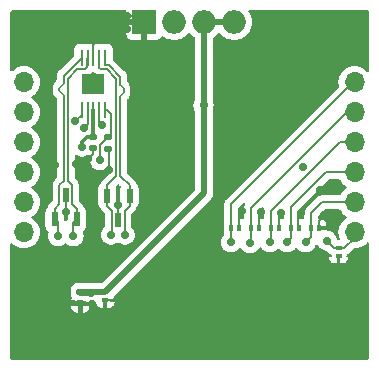
<source format=gbr>
%TF.GenerationSoftware,KiCad,Pcbnew,8.0.6-8.0.6-0~ubuntu22.04.1*%
%TF.CreationDate,2024-12-18T20:08:20+01:00*%
%TF.ProjectId,Xplore ERC IMU HAT,58706c6f-7265-4204-9552-4320494d5520,rev?*%
%TF.SameCoordinates,Original*%
%TF.FileFunction,Copper,L4,Bot*%
%TF.FilePolarity,Positive*%
%FSLAX46Y46*%
G04 Gerber Fmt 4.6, Leading zero omitted, Abs format (unit mm)*
G04 Created by KiCad (PCBNEW 8.0.6-8.0.6-0~ubuntu22.04.1) date 2024-12-18 20:08:20*
%MOMM*%
%LPD*%
G01*
G04 APERTURE LIST*
G04 Aperture macros list*
%AMRoundRect*
0 Rectangle with rounded corners*
0 $1 Rounding radius*
0 $2 $3 $4 $5 $6 $7 $8 $9 X,Y pos of 4 corners*
0 Add a 4 corners polygon primitive as box body*
4,1,4,$2,$3,$4,$5,$6,$7,$8,$9,$2,$3,0*
0 Add four circle primitives for the rounded corners*
1,1,$1+$1,$2,$3*
1,1,$1+$1,$4,$5*
1,1,$1+$1,$6,$7*
1,1,$1+$1,$8,$9*
0 Add four rect primitives between the rounded corners*
20,1,$1+$1,$2,$3,$4,$5,0*
20,1,$1+$1,$4,$5,$6,$7,0*
20,1,$1+$1,$6,$7,$8,$9,0*
20,1,$1+$1,$8,$9,$2,$3,0*%
G04 Aperture macros list end*
%TA.AperFunction,ComponentPad*%
%ADD10R,2.000000X2.000000*%
%TD*%
%TA.AperFunction,ComponentPad*%
%ADD11O,2.000000X2.000000*%
%TD*%
%TA.AperFunction,ComponentPad*%
%ADD12O,1.700000X1.700000*%
%TD*%
%TA.AperFunction,SMDPad,CuDef*%
%ADD13R,0.304800X0.558800*%
%TD*%
%TA.AperFunction,SMDPad,CuDef*%
%ADD14R,0.533400X1.168400*%
%TD*%
%TA.AperFunction,SMDPad,CuDef*%
%ADD15RoundRect,0.140000X-0.170000X0.140000X-0.170000X-0.140000X0.170000X-0.140000X0.170000X0.140000X0*%
%TD*%
%TA.AperFunction,SMDPad,CuDef*%
%ADD16RoundRect,0.140000X0.170000X-0.140000X0.170000X0.140000X-0.170000X0.140000X-0.170000X-0.140000X0*%
%TD*%
%TA.AperFunction,SMDPad,CuDef*%
%ADD17R,0.279400X1.327899*%
%TD*%
%TA.AperFunction,SMDPad,CuDef*%
%ADD18R,1.981200X1.778000*%
%TD*%
%TA.AperFunction,SMDPad,CuDef*%
%ADD19R,0.558800X0.304800*%
%TD*%
%TA.AperFunction,ViaPad*%
%ADD20C,0.700000*%
%TD*%
%TA.AperFunction,Conductor*%
%ADD21C,0.200000*%
%TD*%
%TA.AperFunction,Conductor*%
%ADD22C,0.500000*%
%TD*%
%TA.AperFunction,Conductor*%
%ADD23C,0.600000*%
%TD*%
%TA.AperFunction,Conductor*%
%ADD24C,0.300000*%
%TD*%
%TA.AperFunction,Conductor*%
%ADD25C,0.148300*%
%TD*%
G04 APERTURE END LIST*
D10*
%TO.P,J4,1,GND*%
%TO.N,GND*%
X141740000Y-64960000D03*
D11*
%TO.P,J4,2,3.3V*%
%TO.N,+3v3*%
X144280000Y-64960000D03*
D12*
%TO.P,J4,3,SPI_SCK*%
%TO.N,unconnected-(J4-SPI_SCK-Pad3)*%
X131550000Y-70040000D03*
%TO.P,J4,4,SPI_MOSI*%
%TO.N,unconnected-(J4-SPI_MOSI-Pad4)*%
X131550000Y-72580000D03*
%TO.P,J4,5,SPI_MISO*%
%TO.N,unconnected-(J4-SPI_MISO-Pad5)*%
X131550000Y-75120000D03*
%TO.P,J4,6,SPI_CS*%
%TO.N,unconnected-(J4-SPI_CS-Pad6)*%
X131550000Y-77660000D03*
%TO.P,J4,7,I2C_SCL*%
%TO.N,/SCL*%
X131550000Y-80200000D03*
%TO.P,J4,8,I2C_SDA*%
%TO.N,/SDA*%
X131550000Y-82740000D03*
%TO.P,J4,9,GPIO_1*%
%TO.N,/INT1*%
X159550000Y-82740000D03*
%TO.P,J4,10,GPIO_2*%
%TO.N,/INT2*%
X159550000Y-80200000D03*
%TO.P,J4,11,GPIO_3*%
%TO.N,/INT3*%
X159550000Y-77660000D03*
%TO.P,J4,12,GPIO_4*%
%TO.N,/INT4*%
X159550000Y-75120000D03*
%TO.P,J4,13,GPIO_5*%
%TO.N,/MAG_INT*%
X159550000Y-72580000D03*
%TO.P,J4,14,GPIO_6*%
%TO.N,/DRDY*%
X159550000Y-70040000D03*
D11*
%TO.P,J4,15,5V*%
%TO.N,+5V*%
X146820000Y-64960000D03*
%TO.P,J4,16,5V*%
X149360000Y-64960000D03*
%TD*%
D13*
%TO.P,CR7,1*%
%TO.N,/MAG_INT*%
X150815000Y-82400000D03*
%TO.P,CR7,2*%
%TO.N,GND*%
X151450000Y-82400000D03*
%TD*%
D14*
%TO.P,CR2,1,1*%
%TO.N,/CANSDA+*%
X136050001Y-81616000D03*
%TO.P,CR2,2,2*%
%TO.N,/CANSDA-*%
X134149999Y-81616000D03*
%TO.P,CR2,3,3*%
%TO.N,GND*%
X135100000Y-79584000D03*
%TD*%
D15*
%TO.P,C2,1*%
%TO.N,+3v3*%
X137400000Y-74670000D03*
%TO.P,C2,2*%
%TO.N,GND*%
X137400000Y-75630000D03*
%TD*%
%TO.P,C1,1*%
%TO.N,+5V*%
X138650000Y-74690000D03*
%TO.P,C1,2*%
%TO.N,GND*%
X138650000Y-75650000D03*
%TD*%
D13*
%TO.P,CR3,1*%
%TO.N,/INT2*%
X155882500Y-82400000D03*
%TO.P,CR3,2*%
%TO.N,GND*%
X156517500Y-82400000D03*
%TD*%
%TO.P,CR8,1*%
%TO.N,/DRDY*%
X149115000Y-82400000D03*
%TO.P,CR8,2*%
%TO.N,GND*%
X149750000Y-82400000D03*
%TD*%
D16*
%TO.P,C5,1*%
%TO.N,GND*%
X136350000Y-88760000D03*
%TO.P,C5,2*%
%TO.N,+5V*%
X136350000Y-87800000D03*
%TD*%
D17*
%TO.P,U1,1,CANSDAL*%
%TO.N,/CANSDA-*%
X136449999Y-67947752D03*
%TO.P,U1,2,CANSDAH*%
%TO.N,/CANSDA+*%
X136950001Y-67947752D03*
%TO.P,U1,3,GND*%
%TO.N,GND*%
X137450000Y-67947752D03*
%TO.P,U1,4,CANSCLH*%
%TO.N,/CANSCL+*%
X137949999Y-67947752D03*
%TO.P,U1,5,CANSCLL*%
%TO.N,/CANSCL-*%
X138450001Y-67947752D03*
%TO.P,U1,6,VIN*%
%TO.N,+5V*%
X138450001Y-72374448D03*
%TO.P,U1,7,EN/MODE*%
%TO.N,/SLD_PIN*%
X137949999Y-72374448D03*
%TO.P,U1,8,VCC*%
%TO.N,+3v3*%
X137450000Y-72374448D03*
%TO.P,U1,9,SCL*%
%TO.N,/SCL*%
X136950001Y-72374448D03*
%TO.P,U1,10,SDA*%
%TO.N,/SDA*%
X136449999Y-72374448D03*
D18*
%TO.P,U1,11,GND*%
%TO.N,GND*%
X137450000Y-70161100D03*
%TD*%
D13*
%TO.P,CR5,1*%
%TO.N,/INT4*%
X152482500Y-82400000D03*
%TO.P,CR5,2*%
%TO.N,GND*%
X153117500Y-82400000D03*
%TD*%
D19*
%TO.P,CR4,1*%
%TO.N,/INT1*%
X158200000Y-84082500D03*
%TO.P,CR4,2*%
%TO.N,GND*%
X158200000Y-84717500D03*
%TD*%
%TO.P,U2,1,1*%
%TO.N,+5V*%
X138450000Y-87804802D03*
%TO.P,U2,2,2*%
%TO.N,GND*%
X138450000Y-88500000D03*
%TD*%
D14*
%TO.P,CR1,1,1*%
%TO.N,/CANSCL+*%
X138599999Y-79634000D03*
%TO.P,CR1,2,2*%
%TO.N,/CANSCL-*%
X140500001Y-79634000D03*
%TO.P,CR1,3,3*%
%TO.N,GND*%
X139550000Y-81666000D03*
%TD*%
D13*
%TO.P,CR6,1*%
%TO.N,/INT3*%
X154182500Y-82400000D03*
%TO.P,CR6,2*%
%TO.N,GND*%
X154817500Y-82400000D03*
%TD*%
D20*
%TO.N,GND*%
X137450000Y-70161100D03*
X134750000Y-92000000D03*
X159737724Y-66915010D03*
X148955695Y-71700000D03*
X149050000Y-68300000D03*
X143250000Y-85500000D03*
X131613941Y-67822813D03*
X143150000Y-68550000D03*
X151650000Y-81000000D03*
X152800000Y-71650000D03*
X133850000Y-72700000D03*
X137350000Y-88800000D03*
X133650000Y-70350000D03*
X140300000Y-64400000D03*
X155408029Y-92000000D03*
X136000000Y-77000000D03*
X135100000Y-81000000D03*
X151191606Y-89106512D03*
X139550000Y-80450000D03*
X158300000Y-85850000D03*
X138450000Y-65700000D03*
X139708863Y-88517367D03*
X151173206Y-92000000D03*
X138450000Y-89450000D03*
X152650000Y-68400000D03*
X134200000Y-77050000D03*
X156061663Y-64738782D03*
X143500000Y-78500000D03*
X155000000Y-81150000D03*
X137000000Y-76500000D03*
X158737835Y-64827008D03*
X156650000Y-79200000D03*
X157000000Y-81300000D03*
X150000000Y-80950000D03*
X135290002Y-65151542D03*
X140650000Y-77050000D03*
X138751700Y-77500000D03*
X136500000Y-78500000D03*
X140500000Y-92000000D03*
X140300000Y-65550000D03*
X153350000Y-81100000D03*
X131662955Y-65568163D03*
X155226501Y-77192738D03*
X155432124Y-89120695D03*
%TO.N,+5V*%
X138010000Y-76648529D03*
X146770000Y-72000000D03*
X137265422Y-87850000D03*
%TO.N,+3v3*%
X136459612Y-75500000D03*
%TO.N,/CANSCL+*%
X138950000Y-82950000D03*
%TO.N,/CANSCL-*%
X140100000Y-82950000D03*
%TO.N,/CANSDA-*%
X134434620Y-83065380D03*
%TO.N,/CANSDA+*%
X135750000Y-83065380D03*
%TO.N,/INT3*%
X153827001Y-83600000D03*
%TO.N,/INT2*%
X155404001Y-83600000D03*
%TO.N,/MAG_INT*%
X150700000Y-83650000D03*
%TO.N,/DRDY*%
X149100000Y-83600000D03*
%TO.N,/INT1*%
X157200000Y-83450000D03*
%TO.N,/INT4*%
X152403999Y-83600000D03*
%TO.N,/SDA*%
X135911255Y-73318540D03*
%TO.N,/SCL*%
X136606486Y-73890080D03*
%TO.N,/SLD_PIN*%
X138150000Y-73700000D03*
%TD*%
D21*
%TO.N,GND*%
X136420000Y-88800000D02*
X137350000Y-88800000D01*
X139691496Y-88500000D02*
X138450000Y-88500000D01*
X137400000Y-76100000D02*
X137000000Y-76500000D01*
X139550000Y-81666000D02*
X139550000Y-80450000D01*
X153117500Y-81332500D02*
X153117500Y-82400000D01*
X138450000Y-65700000D02*
X137450000Y-66700000D01*
X154800000Y-82382500D02*
X154817500Y-82400000D01*
X155000000Y-81150000D02*
X154800000Y-81350000D01*
X138751700Y-77500000D02*
X138751700Y-75751700D01*
X135100000Y-81000000D02*
X135100000Y-79584000D01*
X151650000Y-81000000D02*
X151450000Y-81200000D01*
X158200000Y-84717500D02*
X158200000Y-85750000D01*
X137450000Y-66700000D02*
X137450000Y-67947752D01*
X154800000Y-81350000D02*
X154800000Y-82382500D01*
X141180000Y-64400000D02*
X141740000Y-64960000D01*
X153350000Y-81100000D02*
X153117500Y-81332500D01*
X156517500Y-82517500D02*
X156550000Y-82550000D01*
X156517500Y-81782500D02*
X156517500Y-82517500D01*
X138751700Y-75751700D02*
X138650000Y-75650000D01*
X151450000Y-81200000D02*
X151450000Y-82500000D01*
X140300000Y-64400000D02*
X141180000Y-64400000D01*
X157000000Y-81300000D02*
X156517500Y-81782500D01*
X137400000Y-75630000D02*
X137400000Y-76100000D01*
X151450000Y-82500000D02*
X151400000Y-82550000D01*
X139708863Y-88517367D02*
X139691496Y-88500000D01*
X150000000Y-80950000D02*
X149750000Y-81200000D01*
X149750000Y-81200000D02*
X149750000Y-82550000D01*
X136350000Y-88730000D02*
X136420000Y-88800000D01*
X158200000Y-85750000D02*
X158300000Y-85850000D01*
D22*
%TO.N,+5V*%
X146820000Y-64960000D02*
X149360000Y-64960000D01*
X137265422Y-87850000D02*
X137265422Y-87770224D01*
X146820000Y-72050000D02*
X146820000Y-79434802D01*
D21*
X138950000Y-72750000D02*
X138574448Y-72374448D01*
X138010000Y-75330000D02*
X138950000Y-74390000D01*
D23*
X137265422Y-87850000D02*
X137215422Y-87800000D01*
D22*
X137265422Y-87770224D02*
X137265198Y-87770000D01*
D23*
X137215422Y-87800000D02*
X136350000Y-87800000D01*
D22*
X146820000Y-79434802D02*
X138450000Y-87804802D01*
X137265422Y-87850000D02*
X137310620Y-87804802D01*
D21*
X138010000Y-76648529D02*
X138010000Y-75330000D01*
D22*
X146820000Y-64960000D02*
X146820000Y-71950000D01*
D21*
X138574448Y-72374448D02*
X138450001Y-72374448D01*
D22*
X137310620Y-87804802D02*
X138450000Y-87804802D01*
D21*
X138950000Y-74390000D02*
X138950000Y-72750000D01*
D22*
X146820000Y-71950000D02*
X146770000Y-72000000D01*
X146770000Y-72000000D02*
X146820000Y-72050000D01*
D24*
%TO.N,+3v3*%
X136459612Y-75500000D02*
X136459612Y-75075388D01*
X136865000Y-74670000D02*
X137400000Y-74670000D01*
X137450000Y-72374448D02*
X137450000Y-74620000D01*
X136459612Y-75075388D02*
X136865000Y-74670000D01*
X137450000Y-74620000D02*
X137400000Y-74670000D01*
D25*
%TO.N,/CANSCL+*%
X138599999Y-80510301D02*
X139009150Y-80919452D01*
X139375850Y-69726056D02*
X139375850Y-77981848D01*
X137949999Y-68799999D02*
X138100000Y-68950000D01*
X138599999Y-79634000D02*
X138599999Y-80510301D01*
X139375850Y-77981848D02*
X138599999Y-78757699D01*
X139009150Y-82890850D02*
X138950000Y-82950000D01*
X138599999Y-78757699D02*
X138599999Y-79634000D01*
X138100000Y-68950000D02*
X138599794Y-68950000D01*
X137949999Y-67947752D02*
X137949999Y-68799999D01*
X138599794Y-68950000D02*
X139375850Y-69726056D01*
D21*
X138983300Y-82916700D02*
X138950000Y-82950000D01*
D25*
X139009150Y-80919452D02*
X139009150Y-82890850D01*
%TO.N,/CANSCL-*%
X140500001Y-78750001D02*
X140500001Y-79634000D01*
X138450001Y-67947752D02*
X138450001Y-68601700D01*
X139724150Y-72755949D02*
X139724150Y-77974150D01*
X140090850Y-80919452D02*
X140090850Y-82940850D01*
D21*
X140116700Y-82933300D02*
X140100000Y-82950000D01*
D25*
X139724150Y-77974150D02*
X140500001Y-78750001D01*
X140500001Y-79634000D02*
X140500001Y-80510301D01*
X138450001Y-68601700D02*
X138744065Y-68601700D01*
X138744065Y-68601700D02*
X139724150Y-69581785D01*
X140000144Y-70576147D02*
X140000144Y-70900153D01*
X140090850Y-82940850D02*
X140100000Y-82950000D01*
X140500001Y-80510301D02*
X140090850Y-80919452D01*
X139724150Y-71500153D02*
X139724150Y-72755949D01*
X139724150Y-71176147D02*
X139724150Y-71500153D01*
X139724150Y-69581785D02*
X139724150Y-70300153D01*
X139724150Y-70300153D02*
G75*
G03*
X139862147Y-70438150I137950J-47D01*
G01*
X139862147Y-71038150D02*
G75*
G03*
X139724150Y-71176147I-47J-137950D01*
G01*
X140000144Y-70900153D02*
G75*
G02*
X139862147Y-71038244I-138044J-47D01*
G01*
X139862147Y-70438150D02*
G75*
G02*
X140000050Y-70576147I-47J-137950D01*
G01*
%TO.N,/CANSDA-*%
X134559150Y-80330548D02*
X134149999Y-80739699D01*
X134925850Y-78374150D02*
X134559150Y-78740850D01*
X134559150Y-78740850D02*
X134559150Y-80330548D01*
X134149999Y-80739699D02*
X134149999Y-81616000D01*
X136449999Y-67947752D02*
X136449999Y-67950001D01*
X136449999Y-67950001D02*
X134925850Y-69474150D01*
X134434620Y-81900621D02*
X134434620Y-83065380D01*
X134925850Y-71106350D02*
X134925850Y-71337948D01*
X134149999Y-81616000D02*
X134434620Y-81900621D01*
X134925850Y-72136178D02*
X134925850Y-78374150D01*
X134557448Y-70506350D02*
X134557448Y-70737948D01*
X134925850Y-69474150D02*
X134925850Y-70137948D01*
X134925850Y-71337948D02*
X134925850Y-72136178D01*
X134557448Y-70737948D02*
G75*
G03*
X134741649Y-70922052I184152J48D01*
G01*
X134741649Y-70322149D02*
G75*
G03*
X134557449Y-70506350I-49J-184151D01*
G01*
X134741649Y-70922149D02*
G75*
G02*
X134925751Y-71106350I-49J-184151D01*
G01*
X134925850Y-70137948D02*
G75*
G02*
X134741649Y-70322150I-184250J48D01*
G01*
%TO.N,/CANSDA+*%
X135650000Y-78750000D02*
X135650000Y-80339698D01*
X136700000Y-68950000D02*
X136050000Y-68950000D01*
X136050001Y-81616000D02*
X135750000Y-81916001D01*
X136050001Y-80739699D02*
X136050001Y-81616000D01*
X136863849Y-68786151D02*
X136700000Y-68950000D01*
X136950001Y-67947752D02*
X136863849Y-68033904D01*
X135274150Y-69725850D02*
X135274150Y-78374150D01*
X135650000Y-80339698D02*
X136050001Y-80739699D01*
X135750000Y-81916001D02*
X135750000Y-83065380D01*
X136863849Y-68033904D02*
X136863849Y-68786151D01*
X136050000Y-68950000D02*
X135274150Y-69725850D01*
X135274150Y-78374150D02*
X135650000Y-78750000D01*
D21*
%TO.N,/INT3*%
X154165000Y-80635000D02*
X157140000Y-77660000D01*
X154165000Y-83262001D02*
X154165000Y-80635000D01*
X157140000Y-77660000D02*
X159550000Y-77660000D01*
X153800000Y-83572999D02*
X153827001Y-83600000D01*
X153827001Y-83600000D02*
X154165000Y-83262001D01*
%TO.N,/INT2*%
X156780761Y-80200000D02*
X159550000Y-80200000D01*
X155882500Y-81098261D02*
X156780761Y-80200000D01*
X155404001Y-83600000D02*
X155400000Y-83595999D01*
X155882500Y-83121501D02*
X155882500Y-81098261D01*
X155404001Y-83600000D02*
X155882500Y-83121501D01*
%TO.N,/MAG_INT*%
X150815000Y-80685000D02*
X158920000Y-72580000D01*
X150700000Y-83650000D02*
X150815000Y-83535000D01*
X150815000Y-83535000D02*
X150815000Y-80685000D01*
X158920000Y-72580000D02*
X159550000Y-72580000D01*
%TO.N,/DRDY*%
X149115000Y-80368376D02*
X159443376Y-70040000D01*
X149100000Y-83600000D02*
X149115000Y-83585000D01*
X159443376Y-70040000D02*
X159550000Y-70040000D01*
X149115000Y-83585000D02*
X149115000Y-80368376D01*
%TO.N,/INT1*%
X158667500Y-84082500D02*
X159550000Y-83200000D01*
X160180000Y-82730000D02*
X159540000Y-82730000D01*
X157200000Y-83450000D02*
X157832500Y-84082500D01*
X159550000Y-83200000D02*
X159550000Y-82740000D01*
X157832500Y-84082500D02*
X158667500Y-84082500D01*
%TO.N,/INT4*%
X152403999Y-83600000D02*
X152482500Y-83521499D01*
X152403999Y-83600000D02*
X152300000Y-83496001D01*
X158280000Y-75120000D02*
X159550000Y-75120000D01*
X152482500Y-80917500D02*
X158280000Y-75120000D01*
X152482500Y-83521499D02*
X152482500Y-80917500D01*
%TO.N,/SDA*%
X136449999Y-72779796D02*
X136449999Y-72374448D01*
X135911255Y-73318540D02*
X136449999Y-72779796D01*
%TO.N,/SCL*%
X136606486Y-73890080D02*
X136950001Y-73546565D01*
X136950001Y-73546565D02*
X136950001Y-72374448D01*
%TO.N,/SLD_PIN*%
X137949999Y-73499999D02*
X137949999Y-72374448D01*
X138150000Y-73700000D02*
X137949999Y-73499999D01*
%TD*%
%TA.AperFunction,Conductor*%
%TO.N,GND*%
G36*
X135143334Y-80661558D02*
G01*
X135187681Y-80690058D01*
X135268917Y-80771294D01*
X135302402Y-80832617D01*
X135297419Y-80902306D01*
X135289209Y-80924317D01*
X135282802Y-80983916D01*
X135282802Y-80983923D01*
X135282801Y-80983935D01*
X135282801Y-81542686D01*
X135266189Y-81604683D01*
X135224551Y-81676804D01*
X135223393Y-81678810D01*
X135214511Y-81694193D01*
X135214509Y-81694199D01*
X135214142Y-81695569D01*
X135213517Y-81696592D01*
X135211402Y-81701701D01*
X135210604Y-81701370D01*
X135177772Y-81755226D01*
X135114922Y-81785750D01*
X135045548Y-81777449D01*
X134991674Y-81732959D01*
X134974595Y-81695559D01*
X134970109Y-81678814D01*
X134970107Y-81678810D01*
X134968955Y-81676813D01*
X134933811Y-81615942D01*
X134917198Y-81553942D01*
X134917198Y-80983929D01*
X134917197Y-80983923D01*
X134910790Y-80924317D01*
X134908455Y-80918057D01*
X134902582Y-80902309D01*
X134897597Y-80832618D01*
X134931078Y-80771298D01*
X135012321Y-80690055D01*
X135073643Y-80656573D01*
X135143334Y-80661558D01*
G37*
%TD.AperFunction*%
%TA.AperFunction,Conductor*%
G36*
X139597182Y-78675705D02*
G01*
X139641529Y-78704206D01*
X139721009Y-78783686D01*
X139754494Y-78845009D01*
X139749510Y-78914699D01*
X139739210Y-78942314D01*
X139739209Y-78942316D01*
X139735481Y-78976998D01*
X139732802Y-79001923D01*
X139732801Y-79001935D01*
X139732801Y-80266070D01*
X139732802Y-80266076D01*
X139739209Y-80325681D01*
X139739210Y-80325683D01*
X139747417Y-80347688D01*
X139747418Y-80347689D01*
X139752402Y-80417381D01*
X139718917Y-80478704D01*
X139637680Y-80559941D01*
X139576357Y-80593426D01*
X139506665Y-80588442D01*
X139462319Y-80559942D01*
X139381081Y-80478704D01*
X139347597Y-80417380D01*
X139352582Y-80347689D01*
X139352582Y-80347688D01*
X139360790Y-80325683D01*
X139367199Y-80266073D01*
X139367198Y-79001928D01*
X139360790Y-78942317D01*
X139352580Y-78920307D01*
X139347595Y-78850617D01*
X139381076Y-78789297D01*
X139466170Y-78704204D01*
X139527490Y-78670721D01*
X139597182Y-78675705D01*
G37*
%TD.AperFunction*%
%TA.AperFunction,Conductor*%
G36*
X137443332Y-69121859D02*
G01*
X137487680Y-69150360D01*
X137601463Y-69264143D01*
X137601485Y-69264163D01*
X137633097Y-69295774D01*
X137633107Y-69295786D01*
X137663681Y-69326360D01*
X137697166Y-69387683D01*
X137700000Y-69414041D01*
X137700000Y-70287100D01*
X137680315Y-70354139D01*
X137627511Y-70399894D01*
X137576000Y-70411100D01*
X137324000Y-70411100D01*
X137256961Y-70391415D01*
X137211206Y-70338611D01*
X137200000Y-70287100D01*
X137200000Y-69314041D01*
X137219685Y-69247002D01*
X137236313Y-69226365D01*
X137312321Y-69150357D01*
X137373640Y-69116875D01*
X137443332Y-69121859D01*
G37*
%TD.AperFunction*%
%TA.AperFunction,Conductor*%
G36*
X160555438Y-63899314D02*
G01*
X160604802Y-63907131D01*
X160641690Y-63919116D01*
X160677431Y-63937326D01*
X160708813Y-63960127D01*
X160724813Y-63976126D01*
X160737168Y-63988481D01*
X160759972Y-64019867D01*
X160778179Y-64055600D01*
X160790167Y-64092498D01*
X160797972Y-64141779D01*
X160799499Y-64161176D01*
X160799499Y-64205206D01*
X160799500Y-64205227D01*
X160799543Y-69080283D01*
X160779859Y-69147323D01*
X160727055Y-69193078D01*
X160657897Y-69203022D01*
X160594341Y-69173998D01*
X160587862Y-69167965D01*
X160421402Y-69001506D01*
X160421395Y-69001501D01*
X160227834Y-68865967D01*
X160227830Y-68865965D01*
X160227828Y-68865964D01*
X160013663Y-68766097D01*
X160013659Y-68766096D01*
X160013655Y-68766094D01*
X159785413Y-68704938D01*
X159785403Y-68704936D01*
X159550001Y-68684341D01*
X159549999Y-68684341D01*
X159314596Y-68704936D01*
X159314586Y-68704938D01*
X159086344Y-68766094D01*
X159086335Y-68766098D01*
X158872171Y-68865964D01*
X158872169Y-68865965D01*
X158678597Y-69001505D01*
X158511505Y-69168597D01*
X158375965Y-69362169D01*
X158375964Y-69362171D01*
X158276098Y-69576335D01*
X158276094Y-69576344D01*
X158214938Y-69804586D01*
X158214936Y-69804596D01*
X158194341Y-70039999D01*
X158194341Y-70040000D01*
X158214936Y-70275403D01*
X158214938Y-70275413D01*
X158226795Y-70319664D01*
X158225132Y-70389514D01*
X158194701Y-70439438D01*
X148746286Y-79887854D01*
X148634481Y-79999658D01*
X148634479Y-79999660D01*
X148613861Y-80035372D01*
X148605147Y-80050467D01*
X148555423Y-80136591D01*
X148514499Y-80289319D01*
X148514499Y-80289321D01*
X148514499Y-80457422D01*
X148514500Y-80457435D01*
X148514500Y-81867436D01*
X148506682Y-81910769D01*
X148476513Y-81991658D01*
X148468509Y-82013117D01*
X148462100Y-82072727D01*
X148462100Y-82072734D01*
X148462100Y-82072735D01*
X148462100Y-82727270D01*
X148462101Y-82727276D01*
X148468508Y-82786883D01*
X148506431Y-82888557D01*
X148511415Y-82958248D01*
X148482400Y-83014862D01*
X148408138Y-83097338D01*
X148318750Y-83252164D01*
X148318747Y-83252170D01*
X148263504Y-83422192D01*
X148263503Y-83422194D01*
X148244815Y-83600000D01*
X148263503Y-83777805D01*
X148263504Y-83777807D01*
X148318747Y-83947829D01*
X148318750Y-83947835D01*
X148408141Y-84102665D01*
X148434535Y-84131978D01*
X148527764Y-84235521D01*
X148527767Y-84235523D01*
X148527770Y-84235526D01*
X148672407Y-84340612D01*
X148835733Y-84413329D01*
X149010609Y-84450500D01*
X149010610Y-84450500D01*
X149189389Y-84450500D01*
X149189391Y-84450500D01*
X149364267Y-84413329D01*
X149527593Y-84340612D01*
X149672230Y-84235526D01*
X149791852Y-84102672D01*
X149851336Y-84066026D01*
X149921193Y-84067355D01*
X149979242Y-84106242D01*
X149991384Y-84123642D01*
X150004608Y-84146545D01*
X150008141Y-84152665D01*
X150127764Y-84285521D01*
X150127767Y-84285523D01*
X150127770Y-84285526D01*
X150272407Y-84390612D01*
X150435733Y-84463329D01*
X150610609Y-84500500D01*
X150610610Y-84500500D01*
X150789389Y-84500500D01*
X150789391Y-84500500D01*
X150964267Y-84463329D01*
X151127593Y-84390612D01*
X151272230Y-84285526D01*
X151391859Y-84152665D01*
X151459046Y-84036292D01*
X151509612Y-83988078D01*
X151578219Y-83974854D01*
X151643084Y-84000822D01*
X151673820Y-84036293D01*
X151712140Y-84102665D01*
X151738534Y-84131978D01*
X151831763Y-84235521D01*
X151831766Y-84235523D01*
X151831769Y-84235526D01*
X151976406Y-84340612D01*
X152139732Y-84413329D01*
X152314608Y-84450500D01*
X152314609Y-84450500D01*
X152493388Y-84450500D01*
X152493390Y-84450500D01*
X152668266Y-84413329D01*
X152831592Y-84340612D01*
X152976229Y-84235526D01*
X153023349Y-84183193D01*
X153082836Y-84146545D01*
X153152693Y-84147874D01*
X153207651Y-84183194D01*
X153254766Y-84235522D01*
X153254768Y-84235523D01*
X153254771Y-84235526D01*
X153399408Y-84340612D01*
X153562734Y-84413329D01*
X153737610Y-84450500D01*
X153737611Y-84450500D01*
X153916390Y-84450500D01*
X153916392Y-84450500D01*
X154091268Y-84413329D01*
X154254594Y-84340612D01*
X154399231Y-84235526D01*
X154473842Y-84152663D01*
X154523208Y-84097836D01*
X154525429Y-84099836D01*
X154570463Y-84065079D01*
X154640074Y-84059070D01*
X154701883Y-84091650D01*
X154707484Y-84098114D01*
X154707794Y-84097836D01*
X154831765Y-84235521D01*
X154831768Y-84235523D01*
X154831771Y-84235526D01*
X154976408Y-84340612D01*
X155139734Y-84413329D01*
X155314610Y-84450500D01*
X155314611Y-84450500D01*
X155493390Y-84450500D01*
X155493392Y-84450500D01*
X155668268Y-84413329D01*
X155831594Y-84340612D01*
X155976231Y-84235526D01*
X156095860Y-84102665D01*
X156185251Y-83947835D01*
X156214460Y-83857938D01*
X156253897Y-83800263D01*
X156318255Y-83773064D01*
X156387102Y-83784978D01*
X156438578Y-83832222D01*
X156439778Y-83834257D01*
X156508137Y-83952660D01*
X156508139Y-83952663D01*
X156627764Y-84085521D01*
X156627767Y-84085523D01*
X156627770Y-84085526D01*
X156772407Y-84190612D01*
X156935733Y-84263329D01*
X157110609Y-84300500D01*
X157149903Y-84300500D01*
X157216942Y-84320185D01*
X157237584Y-84336819D01*
X157347639Y-84446874D01*
X157347660Y-84446897D01*
X157384280Y-84483516D01*
X157417766Y-84544838D01*
X157419865Y-84564365D01*
X157420600Y-84565100D01*
X157434162Y-84565100D01*
X157496159Y-84581711D01*
X157550595Y-84613139D01*
X157550597Y-84613141D01*
X157594543Y-84638514D01*
X157642758Y-84689081D01*
X157655980Y-84757689D01*
X157630012Y-84822553D01*
X157573097Y-84863081D01*
X157532542Y-84869900D01*
X157420600Y-84869900D01*
X157420600Y-84917744D01*
X157427001Y-84977272D01*
X157427003Y-84977279D01*
X157477245Y-85111986D01*
X157477249Y-85111993D01*
X157563409Y-85227087D01*
X157563412Y-85227090D01*
X157678506Y-85313250D01*
X157678513Y-85313254D01*
X157813220Y-85363496D01*
X157813227Y-85363498D01*
X157872755Y-85369899D01*
X157872772Y-85369900D01*
X158047600Y-85369900D01*
X158047600Y-84859399D01*
X158067285Y-84792360D01*
X158120089Y-84746605D01*
X158171597Y-84735399D01*
X158228401Y-84735399D01*
X158295439Y-84755084D01*
X158341194Y-84807888D01*
X158352400Y-84859399D01*
X158352400Y-85369900D01*
X158527228Y-85369900D01*
X158527244Y-85369899D01*
X158586772Y-85363498D01*
X158586779Y-85363496D01*
X158721486Y-85313254D01*
X158721493Y-85313250D01*
X158836587Y-85227090D01*
X158836590Y-85227087D01*
X158922750Y-85111993D01*
X158922754Y-85111986D01*
X158972996Y-84977279D01*
X158972998Y-84977272D01*
X158979399Y-84917744D01*
X158979400Y-84917727D01*
X158979400Y-84869900D01*
X158967458Y-84869900D01*
X158900419Y-84850215D01*
X158854664Y-84797411D01*
X158844720Y-84728253D01*
X158873745Y-84664697D01*
X158905454Y-84638515D01*
X158905456Y-84638514D01*
X158949404Y-84613139D01*
X159036216Y-84563020D01*
X159148020Y-84451216D01*
X159148020Y-84451214D01*
X159158228Y-84441007D01*
X159158230Y-84441004D01*
X159467256Y-84131978D01*
X159528579Y-84098493D01*
X159544661Y-84096763D01*
X159544606Y-84096131D01*
X159595822Y-84091650D01*
X159785408Y-84075063D01*
X160013663Y-84013903D01*
X160227830Y-83914035D01*
X160421401Y-83778495D01*
X160587993Y-83611902D01*
X160649314Y-83578419D01*
X160719005Y-83583403D01*
X160774939Y-83625274D01*
X160799356Y-83690739D01*
X160799672Y-83699584D01*
X160799757Y-93284545D01*
X160798230Y-93303944D01*
X160790410Y-93353318D01*
X160778422Y-93390214D01*
X160760213Y-93425952D01*
X160737412Y-93457336D01*
X160709048Y-93485702D01*
X160677664Y-93508506D01*
X160663891Y-93515525D01*
X160641925Y-93526718D01*
X160605030Y-93538707D01*
X160555843Y-93546500D01*
X160536450Y-93548028D01*
X160489568Y-93548031D01*
X160489440Y-93548041D01*
X130666066Y-93555430D01*
X130646644Y-93553904D01*
X130596665Y-93545991D01*
X130559787Y-93534015D01*
X130523477Y-93515525D01*
X130492094Y-93492737D01*
X130485054Y-93485702D01*
X130463276Y-93463938D01*
X130440471Y-93432578D01*
X130421954Y-93396281D01*
X130409950Y-93359408D01*
X130408981Y-93353318D01*
X130402039Y-93309667D01*
X130400500Y-93290190D01*
X130400500Y-89010000D01*
X135545496Y-89010000D01*
X135587968Y-89156195D01*
X135670278Y-89295374D01*
X135670285Y-89295383D01*
X135784616Y-89409714D01*
X135784625Y-89409721D01*
X135923804Y-89492031D01*
X136079089Y-89537145D01*
X136100000Y-89538789D01*
X136600000Y-89538789D01*
X136620910Y-89537145D01*
X136776195Y-89492031D01*
X136915374Y-89409721D01*
X136915383Y-89409714D01*
X137029714Y-89295383D01*
X137029721Y-89295374D01*
X137112031Y-89156195D01*
X137154504Y-89010000D01*
X136600000Y-89010000D01*
X136600000Y-89538789D01*
X136100000Y-89538789D01*
X136100000Y-89010000D01*
X135545496Y-89010000D01*
X130400500Y-89010000D01*
X130400500Y-83799758D01*
X130420185Y-83732719D01*
X130472989Y-83686964D01*
X130542147Y-83677020D01*
X130605703Y-83706045D01*
X130612181Y-83712077D01*
X130678599Y-83778495D01*
X130717866Y-83805990D01*
X130872165Y-83914032D01*
X130872167Y-83914033D01*
X130872170Y-83914035D01*
X131086337Y-84013903D01*
X131314592Y-84075063D01*
X131502918Y-84091539D01*
X131549999Y-84095659D01*
X131550000Y-84095659D01*
X131550001Y-84095659D01*
X131595822Y-84091650D01*
X131785408Y-84075063D01*
X132013663Y-84013903D01*
X132227830Y-83914035D01*
X132421401Y-83778495D01*
X132588495Y-83611401D01*
X132724035Y-83417830D01*
X132823903Y-83203663D01*
X132885063Y-82975408D01*
X132905659Y-82740000D01*
X132885063Y-82504592D01*
X132824719Y-82279381D01*
X132823905Y-82276344D01*
X132823904Y-82276343D01*
X132823903Y-82276337D01*
X132724035Y-82062171D01*
X132699500Y-82027130D01*
X132588494Y-81868597D01*
X132421402Y-81701506D01*
X132421396Y-81701501D01*
X132235842Y-81571575D01*
X132192217Y-81516998D01*
X132185023Y-81447500D01*
X132216546Y-81385145D01*
X132235842Y-81368425D01*
X132288835Y-81331319D01*
X132421401Y-81238495D01*
X132588495Y-81071401D01*
X132649739Y-80983935D01*
X133382799Y-80983935D01*
X133382799Y-82248070D01*
X133382800Y-82248076D01*
X133389207Y-82307683D01*
X133439501Y-82442528D01*
X133439505Y-82442535D01*
X133525751Y-82557744D01*
X133525754Y-82557747D01*
X133599121Y-82612670D01*
X133640992Y-82668604D01*
X133645976Y-82738295D01*
X133642741Y-82750253D01*
X133598125Y-82887569D01*
X133598123Y-82887574D01*
X133579435Y-83065380D01*
X133598123Y-83243185D01*
X133598124Y-83243187D01*
X133653367Y-83413209D01*
X133653370Y-83413215D01*
X133742761Y-83568045D01*
X133766686Y-83594616D01*
X133862384Y-83700901D01*
X133862387Y-83700903D01*
X133862390Y-83700906D01*
X134007027Y-83805992D01*
X134170353Y-83878709D01*
X134345229Y-83915880D01*
X134345230Y-83915880D01*
X134524009Y-83915880D01*
X134524011Y-83915880D01*
X134698887Y-83878709D01*
X134862213Y-83805992D01*
X135006850Y-83700906D01*
X135006855Y-83700899D01*
X135009333Y-83698670D01*
X135011082Y-83697830D01*
X135012107Y-83697086D01*
X135012243Y-83697273D01*
X135072323Y-83668436D01*
X135141658Y-83677058D01*
X135175287Y-83698670D01*
X135177765Y-83700901D01*
X135177770Y-83700906D01*
X135322407Y-83805992D01*
X135485733Y-83878709D01*
X135660609Y-83915880D01*
X135660610Y-83915880D01*
X135839389Y-83915880D01*
X135839391Y-83915880D01*
X136014267Y-83878709D01*
X136177593Y-83805992D01*
X136322230Y-83700906D01*
X136323421Y-83699584D01*
X136351466Y-83668436D01*
X136441859Y-83568045D01*
X136531250Y-83413215D01*
X136586497Y-83243183D01*
X136605185Y-83065380D01*
X136586497Y-82887577D01*
X136544887Y-82759515D01*
X136542892Y-82689674D01*
X136578972Y-82629841D01*
X136588494Y-82621940D01*
X136674247Y-82557746D01*
X136760497Y-82442531D01*
X136810792Y-82307683D01*
X136817201Y-82248073D01*
X136817200Y-80983928D01*
X136810792Y-80924317D01*
X136808457Y-80918057D01*
X136760498Y-80789471D01*
X136760494Y-80789464D01*
X136695688Y-80702895D01*
X136674247Y-80674254D01*
X136674245Y-80674252D01*
X136674243Y-80674250D01*
X136649984Y-80656090D01*
X136608114Y-80600156D01*
X136604521Y-80588918D01*
X136585490Y-80517892D01*
X136570446Y-80491835D01*
X136538776Y-80436980D01*
X136509838Y-80386858D01*
X136509837Y-80386857D01*
X136509836Y-80386855D01*
X136402845Y-80279864D01*
X136402844Y-80279863D01*
X136397472Y-80274491D01*
X136397455Y-80274476D01*
X136260969Y-80137990D01*
X136227484Y-80076667D01*
X136224650Y-80050309D01*
X136224650Y-78835656D01*
X136224651Y-78835643D01*
X136224651Y-78674348D01*
X136224651Y-78674346D01*
X136185489Y-78528193D01*
X136140231Y-78449804D01*
X136109835Y-78397156D01*
X136002844Y-78290165D01*
X136002843Y-78290164D01*
X135998513Y-78285834D01*
X135998502Y-78285824D01*
X135885119Y-78172441D01*
X135851634Y-78111118D01*
X135848800Y-78084760D01*
X135848800Y-76349604D01*
X135868485Y-76282565D01*
X135921289Y-76236810D01*
X135990447Y-76226866D01*
X136025606Y-76239036D01*
X136026082Y-76237968D01*
X136032016Y-76240610D01*
X136032019Y-76240612D01*
X136195345Y-76313329D01*
X136370221Y-76350500D01*
X136370222Y-76350500D01*
X136549001Y-76350500D01*
X136549003Y-76350500D01*
X136723879Y-76313329D01*
X136761011Y-76296796D01*
X136830258Y-76287510D01*
X136874568Y-76303343D01*
X136973804Y-76362031D01*
X137079107Y-76392624D01*
X137137993Y-76430230D01*
X137167200Y-76493703D01*
X137167834Y-76524662D01*
X137154815Y-76648528D01*
X137173503Y-76826334D01*
X137173504Y-76826336D01*
X137228747Y-76996358D01*
X137228750Y-76996364D01*
X137318141Y-77151194D01*
X137358786Y-77196335D01*
X137437764Y-77284050D01*
X137437767Y-77284052D01*
X137437770Y-77284055D01*
X137582407Y-77389141D01*
X137745733Y-77461858D01*
X137920609Y-77499029D01*
X137920610Y-77499029D01*
X138099389Y-77499029D01*
X138099391Y-77499029D01*
X138274267Y-77461858D01*
X138437593Y-77389141D01*
X138582230Y-77284055D01*
X138582235Y-77284050D01*
X138585049Y-77280925D01*
X138644536Y-77244276D01*
X138714393Y-77245605D01*
X138772441Y-77284491D01*
X138800251Y-77348588D01*
X138801200Y-77363896D01*
X138801200Y-77692458D01*
X138781515Y-77759497D01*
X138764881Y-77780139D01*
X138250281Y-78294738D01*
X138250266Y-78294751D01*
X138250267Y-78294752D01*
X138140161Y-78404858D01*
X138067104Y-78531399D01*
X138067104Y-78531400D01*
X138064509Y-78535894D01*
X138045476Y-78606921D01*
X138009110Y-78666581D01*
X138000017Y-78674089D01*
X137975751Y-78692255D01*
X137889505Y-78807464D01*
X137889501Y-78807471D01*
X137839207Y-78942317D01*
X137835479Y-78976998D01*
X137832800Y-79001923D01*
X137832799Y-79001935D01*
X137832799Y-80266070D01*
X137832800Y-80266076D01*
X137839207Y-80325683D01*
X137889501Y-80460528D01*
X137889505Y-80460535D01*
X137955569Y-80548784D01*
X137975753Y-80575746D01*
X137975756Y-80575748D01*
X137975759Y-80575751D01*
X138000014Y-80593909D01*
X138041885Y-80649843D01*
X138045477Y-80661079D01*
X138052078Y-80685712D01*
X138052078Y-80685714D01*
X138064508Y-80732103D01*
X138064511Y-80732110D01*
X138140161Y-80863141D01*
X138140165Y-80863146D01*
X138254216Y-80977197D01*
X138254230Y-80977209D01*
X138398181Y-81121160D01*
X138431666Y-81182483D01*
X138434500Y-81208841D01*
X138434500Y-82210076D01*
X138414815Y-82277115D01*
X138383387Y-82310393D01*
X138377769Y-82314474D01*
X138377764Y-82314478D01*
X138258140Y-82447336D01*
X138168750Y-82602164D01*
X138168747Y-82602170D01*
X138113504Y-82772192D01*
X138113503Y-82772194D01*
X138094815Y-82950000D01*
X138113503Y-83127805D01*
X138113504Y-83127807D01*
X138168747Y-83297829D01*
X138168750Y-83297835D01*
X138258141Y-83452665D01*
X138258326Y-83452870D01*
X138377764Y-83585521D01*
X138377767Y-83585523D01*
X138377770Y-83585526D01*
X138522407Y-83690612D01*
X138685733Y-83763329D01*
X138860609Y-83800500D01*
X138860610Y-83800500D01*
X139039389Y-83800500D01*
X139039391Y-83800500D01*
X139214267Y-83763329D01*
X139377593Y-83690612D01*
X139452114Y-83636469D01*
X139517920Y-83612988D01*
X139585974Y-83628813D01*
X139597886Y-83636469D01*
X139672401Y-83690608D01*
X139672402Y-83690609D01*
X139672404Y-83690610D01*
X139672407Y-83690612D01*
X139835733Y-83763329D01*
X140010609Y-83800500D01*
X140010610Y-83800500D01*
X140189389Y-83800500D01*
X140189391Y-83800500D01*
X140364267Y-83763329D01*
X140527593Y-83690612D01*
X140672230Y-83585526D01*
X140678630Y-83578419D01*
X140698148Y-83556741D01*
X140791859Y-83452665D01*
X140881250Y-83297835D01*
X140936497Y-83127803D01*
X140955185Y-82950000D01*
X140936497Y-82772197D01*
X140908873Y-82687181D01*
X140881252Y-82602170D01*
X140881249Y-82602164D01*
X140868346Y-82579815D01*
X140791859Y-82447335D01*
X140697350Y-82342372D01*
X140667120Y-82279381D01*
X140665500Y-82259400D01*
X140665500Y-81208840D01*
X140685185Y-81141801D01*
X140701810Y-81121168D01*
X140843939Y-80979038D01*
X140843949Y-80979031D01*
X140852843Y-80970136D01*
X140852845Y-80970136D01*
X140959836Y-80863145D01*
X141035490Y-80732108D01*
X141047921Y-80685715D01*
X141054521Y-80661079D01*
X141090884Y-80601422D01*
X141099975Y-80593915D01*
X141124247Y-80575746D01*
X141210497Y-80460531D01*
X141260792Y-80325683D01*
X141267201Y-80266073D01*
X141267200Y-79001928D01*
X141260792Y-78942317D01*
X141252583Y-78920308D01*
X141210498Y-78807471D01*
X141210494Y-78807464D01*
X141124248Y-78692255D01*
X141102564Y-78676022D01*
X141060693Y-78620087D01*
X141057101Y-78608849D01*
X141056596Y-78606964D01*
X141035490Y-78528194D01*
X141024777Y-78509639D01*
X140964282Y-78404858D01*
X140959837Y-78397158D01*
X140847472Y-78284793D01*
X140847455Y-78284778D01*
X140335119Y-77772442D01*
X140301634Y-77711119D01*
X140298800Y-77684761D01*
X140298800Y-71522784D01*
X140318485Y-71455745D01*
X140335086Y-71435134D01*
X140415840Y-71354327D01*
X140493796Y-71237572D01*
X140547476Y-71107852D01*
X140569758Y-70995628D01*
X140571602Y-70987715D01*
X140574794Y-70975807D01*
X140574818Y-70975619D01*
X140574816Y-70970155D01*
X140574817Y-70970152D01*
X140574794Y-70899957D01*
X140574794Y-70899809D01*
X140574794Y-70500493D01*
X140574794Y-70500491D01*
X140571236Y-70487215D01*
X140569383Y-70479265D01*
X140547386Y-70368476D01*
X140493713Y-70238772D01*
X140454651Y-70180269D01*
X140415769Y-70122034D01*
X140415765Y-70122030D01*
X140335088Y-70041296D01*
X140301624Y-69979961D01*
X140298800Y-69953646D01*
X140298800Y-69506133D01*
X140298800Y-69506131D01*
X140259639Y-69359978D01*
X140197495Y-69252341D01*
X140183987Y-69228944D01*
X140183986Y-69228943D01*
X140183985Y-69228941D01*
X140076994Y-69121950D01*
X140076993Y-69121949D01*
X140072663Y-69117619D01*
X140072652Y-69117609D01*
X139210973Y-68255931D01*
X139210967Y-68255924D01*
X139203900Y-68248857D01*
X139203900Y-68248856D01*
X139126518Y-68171474D01*
X139093034Y-68110150D01*
X139090200Y-68083793D01*
X139090200Y-67235931D01*
X139090199Y-67235925D01*
X139090198Y-67235918D01*
X139083792Y-67176319D01*
X139033497Y-67041471D01*
X139033496Y-67041470D01*
X139033494Y-67041466D01*
X138947248Y-66926257D01*
X138947245Y-66926254D01*
X138832036Y-66840008D01*
X138832029Y-66840004D01*
X138697187Y-66789712D01*
X138697186Y-66789711D01*
X138697184Y-66789711D01*
X138637574Y-66783302D01*
X138637564Y-66783302D01*
X138262431Y-66783302D01*
X138262421Y-66783303D01*
X138213249Y-66788589D01*
X138186746Y-66788589D01*
X138137572Y-66783302D01*
X138137563Y-66783302D01*
X137762429Y-66783302D01*
X137762424Y-66783303D01*
X137721171Y-66787737D01*
X137710909Y-66788841D01*
X137684402Y-66788841D01*
X137637530Y-66783802D01*
X137589700Y-66783802D01*
X137580498Y-66793003D01*
X137570015Y-66828706D01*
X137540015Y-66860931D01*
X137524315Y-66872685D01*
X137458852Y-66897105D01*
X137390578Y-66882256D01*
X137375685Y-66872685D01*
X137359985Y-66860931D01*
X137318116Y-66804995D01*
X137315171Y-66788673D01*
X137310300Y-66783802D01*
X137262472Y-66783802D01*
X137215601Y-66788841D01*
X137189092Y-66788841D01*
X137137574Y-66783302D01*
X137137566Y-66783302D01*
X136762431Y-66783302D01*
X136762421Y-66783303D01*
X136713249Y-66788589D01*
X136686746Y-66788589D01*
X136637572Y-66783302D01*
X136637563Y-66783302D01*
X136262429Y-66783302D01*
X136262422Y-66783303D01*
X136202815Y-66789710D01*
X136067970Y-66840004D01*
X136067963Y-66840008D01*
X135952754Y-66926254D01*
X135952751Y-66926257D01*
X135866505Y-67041466D01*
X135866501Y-67041473D01*
X135816207Y-67176319D01*
X135809800Y-67235918D01*
X135809800Y-67235925D01*
X135809799Y-67235937D01*
X135809799Y-67726160D01*
X135790114Y-67793199D01*
X135773480Y-67813841D01*
X134576132Y-69011189D01*
X134576117Y-69011202D01*
X134576118Y-69011203D01*
X134466015Y-69121306D01*
X134403872Y-69228941D01*
X134390362Y-69252340D01*
X134390361Y-69252341D01*
X134388353Y-69259836D01*
X134351199Y-69398496D01*
X134351199Y-69398498D01*
X134351199Y-69559793D01*
X134351200Y-69559806D01*
X134351200Y-69788274D01*
X134331515Y-69855313D01*
X134296086Y-69891379D01*
X134257910Y-69916884D01*
X134152181Y-70022613D01*
X134069121Y-70146940D01*
X134069121Y-70146942D01*
X134011919Y-70285091D01*
X133984323Y-70423969D01*
X133982847Y-70430309D01*
X133982780Y-70430821D01*
X133982780Y-70431743D01*
X133982780Y-70431745D01*
X133982793Y-70487215D01*
X133982798Y-70506159D01*
X133982798Y-70660756D01*
X133982777Y-70661108D01*
X133982783Y-70686632D01*
X133982687Y-70686959D01*
X133982721Y-70813234D01*
X133982826Y-70814147D01*
X133983879Y-70818657D01*
X134002350Y-70911395D01*
X134011923Y-70959454D01*
X134061268Y-71078495D01*
X134069167Y-71097550D01*
X134069170Y-71097556D01*
X134152249Y-71221822D01*
X134257984Y-71327502D01*
X134296063Y-71352931D01*
X134340882Y-71406531D01*
X134351200Y-71456052D01*
X134351200Y-78084760D01*
X134331515Y-78151799D01*
X134314885Y-78172436D01*
X134226822Y-78260500D01*
X134209432Y-78277890D01*
X134209402Y-78277918D01*
X134099314Y-78388007D01*
X134099313Y-78388009D01*
X134089587Y-78404855D01*
X134032665Y-78503448D01*
X134029089Y-78509641D01*
X134023662Y-78519039D01*
X134023661Y-78519043D01*
X133984499Y-78665196D01*
X133984499Y-78665198D01*
X133984499Y-78826493D01*
X133984500Y-78826506D01*
X133984500Y-80041158D01*
X133964815Y-80108197D01*
X133948181Y-80128839D01*
X133872542Y-80204478D01*
X133800281Y-80276739D01*
X133800251Y-80276767D01*
X133690162Y-80386857D01*
X133690161Y-80386858D01*
X133629554Y-80491835D01*
X133629553Y-80491836D01*
X133614512Y-80517886D01*
X133614509Y-80517893D01*
X133595476Y-80588921D01*
X133559110Y-80648581D01*
X133550017Y-80656089D01*
X133525751Y-80674255D01*
X133439505Y-80789464D01*
X133439501Y-80789471D01*
X133389207Y-80924317D01*
X133382800Y-80983916D01*
X133382800Y-80983923D01*
X133382799Y-80983935D01*
X132649739Y-80983935D01*
X132724035Y-80877830D01*
X132823903Y-80663663D01*
X132885063Y-80435408D01*
X132905659Y-80200000D01*
X132885063Y-79964592D01*
X132823903Y-79736337D01*
X132724035Y-79522171D01*
X132724034Y-79522169D01*
X132588494Y-79328597D01*
X132421402Y-79161506D01*
X132421396Y-79161501D01*
X132235842Y-79031575D01*
X132192217Y-78976998D01*
X132185023Y-78907500D01*
X132216546Y-78845145D01*
X132235842Y-78828425D01*
X132291728Y-78789293D01*
X132421401Y-78698495D01*
X132588495Y-78531401D01*
X132724035Y-78337830D01*
X132823903Y-78123663D01*
X132885063Y-77895408D01*
X132905659Y-77660000D01*
X132885063Y-77424592D01*
X132823903Y-77196337D01*
X132724035Y-76982171D01*
X132724034Y-76982169D01*
X132588494Y-76788597D01*
X132421402Y-76621506D01*
X132421396Y-76621501D01*
X132235842Y-76491575D01*
X132192217Y-76436998D01*
X132185023Y-76367500D01*
X132216546Y-76305145D01*
X132235842Y-76288425D01*
X132304126Y-76240612D01*
X132421401Y-76158495D01*
X132588495Y-75991401D01*
X132724035Y-75797830D01*
X132823903Y-75583663D01*
X132885063Y-75355408D01*
X132905659Y-75120000D01*
X132885063Y-74884592D01*
X132823903Y-74656337D01*
X132724035Y-74442171D01*
X132724034Y-74442169D01*
X132588494Y-74248597D01*
X132421402Y-74081506D01*
X132421396Y-74081501D01*
X132235842Y-73951575D01*
X132192217Y-73896998D01*
X132185023Y-73827500D01*
X132216546Y-73765145D01*
X132235842Y-73748425D01*
X132391034Y-73639758D01*
X132421401Y-73618495D01*
X132588495Y-73451401D01*
X132724035Y-73257830D01*
X132823903Y-73043663D01*
X132885063Y-72815408D01*
X132905659Y-72580000D01*
X132885063Y-72344592D01*
X132823903Y-72116337D01*
X132724035Y-71902171D01*
X132699500Y-71867130D01*
X132588494Y-71708597D01*
X132421402Y-71541506D01*
X132421396Y-71541501D01*
X132235842Y-71411575D01*
X132192217Y-71356998D01*
X132185023Y-71287500D01*
X132216546Y-71225145D01*
X132235842Y-71208425D01*
X132379472Y-71107854D01*
X132421401Y-71078495D01*
X132588495Y-70911401D01*
X132724035Y-70717830D01*
X132823903Y-70503663D01*
X132885063Y-70275408D01*
X132905659Y-70040000D01*
X132885063Y-69804592D01*
X132823903Y-69576337D01*
X132724035Y-69362171D01*
X132722500Y-69359978D01*
X132588494Y-69168597D01*
X132421402Y-69001506D01*
X132421395Y-69001501D01*
X132227834Y-68865967D01*
X132227830Y-68865965D01*
X132227828Y-68865964D01*
X132013663Y-68766097D01*
X132013659Y-68766096D01*
X132013655Y-68766094D01*
X131785413Y-68704938D01*
X131785403Y-68704936D01*
X131550001Y-68684341D01*
X131549999Y-68684341D01*
X131314596Y-68704936D01*
X131314586Y-68704938D01*
X131086344Y-68766094D01*
X131086335Y-68766098D01*
X130872171Y-68865964D01*
X130872169Y-68865965D01*
X130678597Y-69001505D01*
X130612181Y-69067922D01*
X130550858Y-69101407D01*
X130481166Y-69096423D01*
X130425233Y-69054551D01*
X130400816Y-68989087D01*
X130400500Y-68980241D01*
X130400500Y-64163716D01*
X130402230Y-64143075D01*
X130410159Y-64096130D01*
X130422379Y-64059643D01*
X130440191Y-64025350D01*
X130463016Y-63994365D01*
X130490484Y-63967191D01*
X130521714Y-63944698D01*
X130556189Y-63927259D01*
X130592813Y-63915428D01*
X130640426Y-63907910D01*
X130659715Y-63906394D01*
X140115967Y-63903671D01*
X140183009Y-63923335D01*
X140228780Y-63976126D01*
X140240000Y-64027670D01*
X140240000Y-64710000D01*
X141306988Y-64710000D01*
X141274075Y-64767007D01*
X141240000Y-64894174D01*
X141240000Y-65025826D01*
X141274075Y-65152993D01*
X141306988Y-65210000D01*
X140240000Y-65210000D01*
X140240000Y-66007844D01*
X140246401Y-66067372D01*
X140246403Y-66067379D01*
X140296645Y-66202086D01*
X140296649Y-66202093D01*
X140382809Y-66317187D01*
X140382812Y-66317190D01*
X140497906Y-66403350D01*
X140497913Y-66403354D01*
X140632620Y-66453596D01*
X140632627Y-66453598D01*
X140692155Y-66459999D01*
X140692172Y-66460000D01*
X141490000Y-66460000D01*
X141490000Y-65393012D01*
X141547007Y-65425925D01*
X141674174Y-65460000D01*
X141805826Y-65460000D01*
X141932993Y-65425925D01*
X141990000Y-65393012D01*
X141990000Y-66460000D01*
X142787828Y-66460000D01*
X142787844Y-66459999D01*
X142847372Y-66453598D01*
X142847379Y-66453596D01*
X142982086Y-66403354D01*
X142982093Y-66403350D01*
X143097187Y-66317190D01*
X143097190Y-66317187D01*
X143183350Y-66202093D01*
X143187604Y-66194304D01*
X143190816Y-66196057D01*
X143222183Y-66154029D01*
X143287612Y-66129517D01*
X143355906Y-66144269D01*
X143372795Y-66155330D01*
X143456491Y-66220474D01*
X143675190Y-66338828D01*
X143910386Y-66419571D01*
X144155665Y-66460500D01*
X144404335Y-66460500D01*
X144649614Y-66419571D01*
X144884810Y-66338828D01*
X145103509Y-66220474D01*
X145299744Y-66067738D01*
X145458771Y-65894988D01*
X145518657Y-65858999D01*
X145588495Y-65861099D01*
X145641228Y-65894988D01*
X145800256Y-66067738D01*
X145996491Y-66220474D01*
X146004513Y-66224815D01*
X146054106Y-66274032D01*
X146069500Y-66333872D01*
X146069500Y-71479075D01*
X146052887Y-71541075D01*
X145988750Y-71652163D01*
X145933504Y-71822192D01*
X145933503Y-71822194D01*
X145914815Y-72000000D01*
X145933503Y-72177805D01*
X145933504Y-72177807D01*
X145988747Y-72347829D01*
X145988750Y-72347835D01*
X146052887Y-72458923D01*
X146069500Y-72520923D01*
X146069500Y-79072572D01*
X146049815Y-79139611D01*
X146033181Y-79160253D01*
X138175451Y-87017983D01*
X138114128Y-87051468D01*
X138087770Y-87054302D01*
X137595646Y-87054302D01*
X137545211Y-87043582D01*
X137529689Y-87036671D01*
X137529687Y-87036670D01*
X137402016Y-87009533D01*
X137354813Y-86999500D01*
X137294264Y-86999500D01*
X136271158Y-86999500D01*
X136271156Y-86999500D01*
X136210992Y-87011467D01*
X136182591Y-87017117D01*
X136158401Y-87019500D01*
X136115302Y-87019500D01*
X136079008Y-87022356D01*
X136079002Y-87022357D01*
X135923609Y-87067504D01*
X135923606Y-87067505D01*
X135784315Y-87149881D01*
X135784307Y-87149887D01*
X135669887Y-87264307D01*
X135669881Y-87264315D01*
X135587505Y-87403606D01*
X135587504Y-87403609D01*
X135542357Y-87559002D01*
X135542356Y-87559008D01*
X135539500Y-87595302D01*
X135539500Y-88004697D01*
X135542356Y-88040991D01*
X135542357Y-88040997D01*
X135587504Y-88196390D01*
X135587507Y-88196397D01*
X135599910Y-88217370D01*
X135617093Y-88285094D01*
X135599912Y-88343608D01*
X135587968Y-88363804D01*
X135545496Y-88510000D01*
X135851648Y-88510000D01*
X135914766Y-88527267D01*
X135923605Y-88532494D01*
X135923608Y-88532494D01*
X135923610Y-88532496D01*
X136079002Y-88577642D01*
X136079005Y-88577642D01*
X136079007Y-88577643D01*
X136115310Y-88580500D01*
X136158401Y-88580500D01*
X136182591Y-88582882D01*
X136210992Y-88588532D01*
X136271156Y-88600500D01*
X136271158Y-88600500D01*
X136833681Y-88600500D01*
X136884115Y-88611219D01*
X137001155Y-88663329D01*
X137176031Y-88700500D01*
X137176032Y-88700500D01*
X137354811Y-88700500D01*
X137354813Y-88700500D01*
X137529678Y-88663331D01*
X137599344Y-88668647D01*
X137655078Y-88710784D01*
X137676135Y-88756108D01*
X137677001Y-88759774D01*
X137727245Y-88894486D01*
X137727249Y-88894493D01*
X137813409Y-89009587D01*
X137813412Y-89009590D01*
X137928506Y-89095750D01*
X137928513Y-89095754D01*
X138063220Y-89145996D01*
X138063227Y-89145998D01*
X138122755Y-89152399D01*
X138122772Y-89152400D01*
X138297600Y-89152400D01*
X138297600Y-88679302D01*
X138317285Y-88612263D01*
X138370089Y-88566508D01*
X138421600Y-88555302D01*
X138478400Y-88555302D01*
X138545439Y-88574987D01*
X138591194Y-88627791D01*
X138602400Y-88679302D01*
X138602400Y-89152400D01*
X138777228Y-89152400D01*
X138777244Y-89152399D01*
X138836772Y-89145998D01*
X138836779Y-89145996D01*
X138971486Y-89095754D01*
X138971493Y-89095750D01*
X139086587Y-89009590D01*
X139086590Y-89009587D01*
X139172750Y-88894493D01*
X139172754Y-88894486D01*
X139222996Y-88759779D01*
X139222998Y-88759772D01*
X139229399Y-88700244D01*
X139229400Y-88700227D01*
X139229400Y-88652400D01*
X138984983Y-88652400D01*
X138917944Y-88632715D01*
X138872189Y-88579911D01*
X138862245Y-88510753D01*
X138891270Y-88447197D01*
X138941650Y-88412218D01*
X138971728Y-88400999D01*
X138971727Y-88400999D01*
X138971731Y-88400998D01*
X139010022Y-88372333D01*
X139075483Y-88347916D01*
X139084332Y-88347600D01*
X139229400Y-88347600D01*
X139229400Y-88299772D01*
X139229399Y-88299755D01*
X139222997Y-88240222D01*
X139222997Y-88240221D01*
X139210899Y-88207785D01*
X139205913Y-88138094D01*
X139239394Y-88076774D01*
X147402952Y-79913217D01*
X147481902Y-79795059D01*
X147485084Y-79790297D01*
X147514417Y-79719480D01*
X147541659Y-79653714D01*
X147570500Y-79508719D01*
X147570500Y-79360884D01*
X147570500Y-72308229D01*
X147576569Y-72269911D01*
X147578599Y-72263661D01*
X147606497Y-72177803D01*
X147625185Y-72000000D01*
X147606497Y-71822197D01*
X147576569Y-71730088D01*
X147570500Y-71691770D01*
X147570500Y-66333872D01*
X147590185Y-66266833D01*
X147635487Y-66224815D01*
X147643509Y-66220474D01*
X147839744Y-66067738D01*
X147998771Y-65894988D01*
X148058657Y-65858999D01*
X148128495Y-65861099D01*
X148181228Y-65894988D01*
X148340256Y-66067738D01*
X148536491Y-66220474D01*
X148755190Y-66338828D01*
X148990386Y-66419571D01*
X149235665Y-66460500D01*
X149484335Y-66460500D01*
X149729614Y-66419571D01*
X149964810Y-66338828D01*
X150183509Y-66220474D01*
X150379744Y-66067738D01*
X150548164Y-65884785D01*
X150684173Y-65676607D01*
X150784063Y-65448881D01*
X150845108Y-65207821D01*
X150865643Y-64960000D01*
X150855202Y-64834000D01*
X150845109Y-64712187D01*
X150845107Y-64712175D01*
X150784063Y-64471118D01*
X150684173Y-64243393D01*
X150585555Y-64092446D01*
X150565368Y-64025557D01*
X150584548Y-63958371D01*
X150637006Y-63912221D01*
X150689324Y-63900625D01*
X160536026Y-63897789D01*
X160555438Y-63899314D01*
G37*
%TD.AperFunction*%
%TA.AperFunction,Conductor*%
G36*
X158327948Y-80820185D02*
G01*
X158373292Y-80872097D01*
X158375965Y-80877830D01*
X158450261Y-80983935D01*
X158511501Y-81071395D01*
X158511506Y-81071402D01*
X158678597Y-81238493D01*
X158678603Y-81238498D01*
X158864158Y-81368425D01*
X158907783Y-81423002D01*
X158914977Y-81492500D01*
X158883454Y-81554855D01*
X158864158Y-81571575D01*
X158678597Y-81701505D01*
X158511505Y-81868597D01*
X158375965Y-82062169D01*
X158375964Y-82062171D01*
X158276098Y-82276335D01*
X158276094Y-82276344D01*
X158214938Y-82504586D01*
X158214936Y-82504596D01*
X158194341Y-82739999D01*
X158194341Y-82740000D01*
X158214936Y-82975403D01*
X158214938Y-82975413D01*
X158276094Y-83203655D01*
X158276099Y-83203669D01*
X158299194Y-83253196D01*
X158309686Y-83322273D01*
X158281166Y-83386057D01*
X158222689Y-83424296D01*
X158186812Y-83429600D01*
X158164690Y-83429600D01*
X158097651Y-83409915D01*
X158051896Y-83357111D01*
X158041370Y-83318566D01*
X158036497Y-83272197D01*
X157995927Y-83147335D01*
X157981252Y-83102170D01*
X157981249Y-83102164D01*
X157960012Y-83065380D01*
X157891859Y-82947335D01*
X157838935Y-82888557D01*
X157772235Y-82814478D01*
X157772232Y-82814476D01*
X157772231Y-82814475D01*
X157772230Y-82814474D01*
X157627593Y-82709388D01*
X157464267Y-82636671D01*
X157464265Y-82636670D01*
X157301952Y-82602170D01*
X157289391Y-82599500D01*
X157268362Y-82599500D01*
X157201323Y-82579815D01*
X157180681Y-82563181D01*
X157169900Y-82552400D01*
X156659400Y-82552400D01*
X156592361Y-82532715D01*
X156546606Y-82479911D01*
X156535400Y-82428400D01*
X156535400Y-82371600D01*
X156555085Y-82304561D01*
X156607889Y-82258806D01*
X156659400Y-82247600D01*
X157169900Y-82247600D01*
X157169900Y-82072772D01*
X157169899Y-82072755D01*
X157163498Y-82013227D01*
X157163496Y-82013220D01*
X157113254Y-81878513D01*
X157113250Y-81878506D01*
X157027090Y-81763412D01*
X157027087Y-81763409D01*
X156911993Y-81677249D01*
X156911986Y-81677245D01*
X156777279Y-81627003D01*
X156777272Y-81627001D01*
X156717744Y-81620600D01*
X156649298Y-81620600D01*
X156633358Y-81629304D01*
X156563666Y-81624320D01*
X156507733Y-81582448D01*
X156483316Y-81516984D01*
X156483000Y-81508138D01*
X156483000Y-81398358D01*
X156502685Y-81331319D01*
X156519319Y-81310677D01*
X156993177Y-80836819D01*
X157054500Y-80803334D01*
X157080858Y-80800500D01*
X158260909Y-80800500D01*
X158327948Y-80820185D01*
G37*
%TD.AperFunction*%
%TA.AperFunction,Conductor*%
G36*
X150234096Y-80201028D02*
G01*
X150290029Y-80242900D01*
X150314446Y-80308364D01*
X150299594Y-80376637D01*
X150298149Y-80379210D01*
X150255424Y-80453211D01*
X150255423Y-80453215D01*
X150214499Y-80605943D01*
X150214499Y-80605945D01*
X150214499Y-80774046D01*
X150214500Y-80774059D01*
X150214500Y-81524765D01*
X150194815Y-81591804D01*
X150142011Y-81637559D01*
X150072853Y-81647503D01*
X150047169Y-81640948D01*
X150009778Y-81627003D01*
X150009772Y-81627001D01*
X149950244Y-81620600D01*
X149881798Y-81620600D01*
X149865858Y-81629304D01*
X149796166Y-81624320D01*
X149740233Y-81582448D01*
X149715816Y-81516984D01*
X149715500Y-81508138D01*
X149715500Y-80668472D01*
X149735185Y-80601433D01*
X149751814Y-80580796D01*
X150103083Y-80229527D01*
X150164404Y-80196044D01*
X150234096Y-80201028D01*
G37*
%TD.AperFunction*%
%TA.AperFunction,Conductor*%
G36*
X158327948Y-78280185D02*
G01*
X158373292Y-78332097D01*
X158375965Y-78337830D01*
X158509261Y-78528196D01*
X158511501Y-78531395D01*
X158511504Y-78531400D01*
X158678597Y-78698493D01*
X158678603Y-78698498D01*
X158864158Y-78828425D01*
X158907783Y-78883002D01*
X158914977Y-78952500D01*
X158883454Y-79014855D01*
X158864158Y-79031575D01*
X158678597Y-79161505D01*
X158511506Y-79328596D01*
X158375965Y-79522170D01*
X158375962Y-79522175D01*
X158373289Y-79527909D01*
X158327115Y-79580346D01*
X158260909Y-79599500D01*
X156867430Y-79599500D01*
X156867414Y-79599499D01*
X156859818Y-79599499D01*
X156701704Y-79599499D01*
X156587158Y-79630192D01*
X156548975Y-79640423D01*
X156530822Y-79650904D01*
X156525956Y-79653714D01*
X156472981Y-79684299D01*
X156412046Y-79719479D01*
X156412045Y-79719480D01*
X155401981Y-80729543D01*
X155401975Y-80729551D01*
X155352439Y-80815352D01*
X155352439Y-80815353D01*
X155345344Y-80827642D01*
X155324846Y-80863146D01*
X155322923Y-80866476D01*
X155281999Y-81019204D01*
X155281999Y-81019206D01*
X155281999Y-81187307D01*
X155282000Y-81187320D01*
X155282000Y-81524765D01*
X155262315Y-81591804D01*
X155209511Y-81637559D01*
X155140353Y-81647503D01*
X155114669Y-81640948D01*
X155077278Y-81627003D01*
X155077272Y-81627001D01*
X155017744Y-81620600D01*
X154963847Y-81620600D01*
X154915858Y-81646804D01*
X154846166Y-81641820D01*
X154790233Y-81599948D01*
X154765816Y-81534484D01*
X154765500Y-81525638D01*
X154765500Y-80935097D01*
X154785185Y-80868058D01*
X154801819Y-80847416D01*
X157352416Y-78296819D01*
X157413739Y-78263334D01*
X157440097Y-78260500D01*
X158260909Y-78260500D01*
X158327948Y-78280185D01*
G37*
%TD.AperFunction*%
%TA.AperFunction,Conductor*%
G36*
X153483834Y-80867915D02*
G01*
X153539767Y-80909787D01*
X153564184Y-80975251D01*
X153564500Y-80984097D01*
X153564500Y-81518238D01*
X153544815Y-81585277D01*
X153492011Y-81631032D01*
X153422853Y-81640976D01*
X153397169Y-81634421D01*
X153377279Y-81627003D01*
X153377272Y-81627001D01*
X153317744Y-81620600D01*
X153249298Y-81620600D01*
X153233358Y-81629304D01*
X153163666Y-81624320D01*
X153107733Y-81582448D01*
X153083316Y-81516984D01*
X153083000Y-81508138D01*
X153083000Y-81217597D01*
X153102685Y-81150558D01*
X153119319Y-81129916D01*
X153352819Y-80896416D01*
X153414142Y-80862931D01*
X153483834Y-80867915D01*
G37*
%TD.AperFunction*%
%TA.AperFunction,Conductor*%
G36*
X151821655Y-80630093D02*
G01*
X151877588Y-80671965D01*
X151902005Y-80737429D01*
X151898096Y-80778368D01*
X151881999Y-80838443D01*
X151881999Y-81006546D01*
X151882000Y-81006559D01*
X151882000Y-81512644D01*
X151862315Y-81579683D01*
X151809511Y-81625438D01*
X151740353Y-81635382D01*
X151714667Y-81628826D01*
X151709779Y-81627003D01*
X151709772Y-81627001D01*
X151650244Y-81620600D01*
X151581798Y-81620600D01*
X151565858Y-81629304D01*
X151496166Y-81624320D01*
X151440233Y-81582448D01*
X151415816Y-81516984D01*
X151415500Y-81508138D01*
X151415500Y-80985096D01*
X151435185Y-80918057D01*
X151451814Y-80897420D01*
X151690642Y-80658592D01*
X151751963Y-80625109D01*
X151821655Y-80630093D01*
G37*
%TD.AperFunction*%
%TD*%
M02*

</source>
